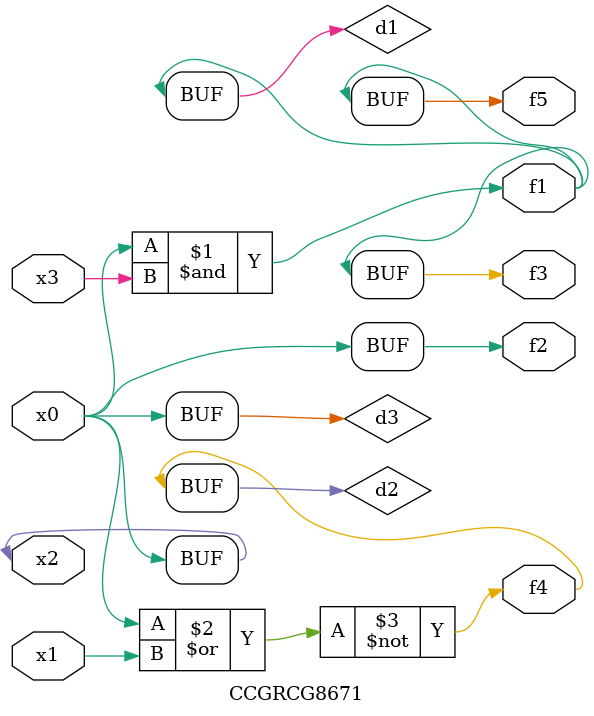
<source format=v>
module CCGRCG8671(
	input x0, x1, x2, x3,
	output f1, f2, f3, f4, f5
);

	wire d1, d2, d3;

	and (d1, x2, x3);
	nor (d2, x0, x1);
	buf (d3, x0, x2);
	assign f1 = d1;
	assign f2 = d3;
	assign f3 = d1;
	assign f4 = d2;
	assign f5 = d1;
endmodule

</source>
